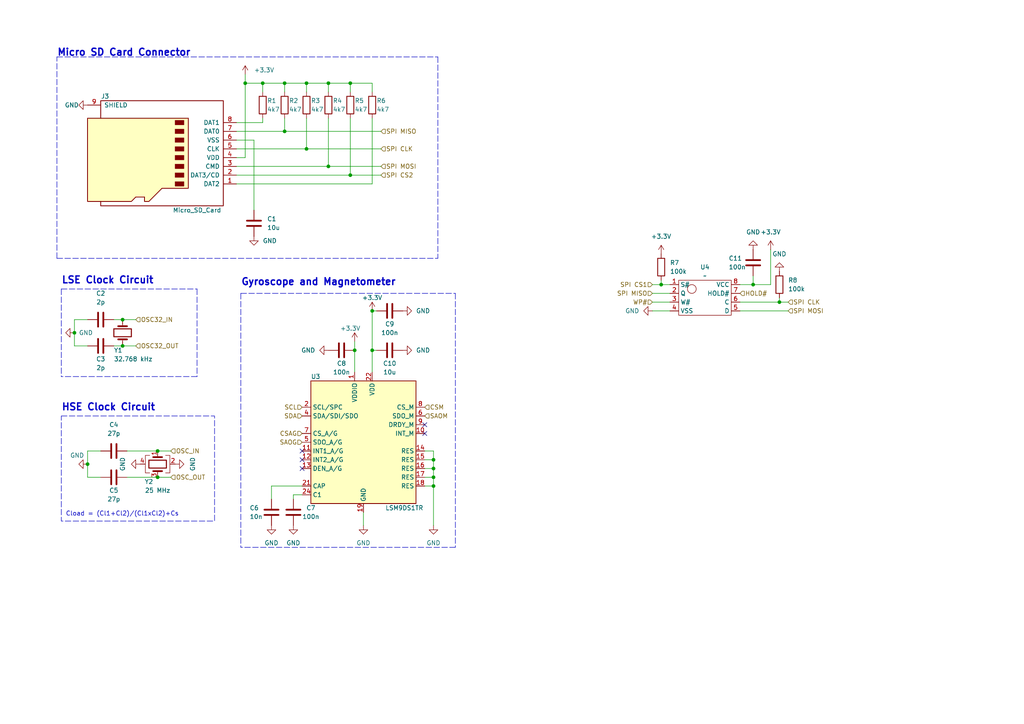
<source format=kicad_sch>
(kicad_sch (version 20231120) (generator "eeschema") (generator_version "8.0")
  (paper "A4")
  (lib_symbols
    (symbol "+3.3V_1" (power) (pin_numbers hide) (pin_names (offset 0) hide)
      (property "Value" "+3.3V" (at 0 3.556 0))
      (symbol "+3.3V_1_0_1"
        (polyline (pts (xy -0.762 1.27) (xy 0 2.54)))
        (polyline (pts (xy 0 0) (xy 0 2.54)))
        (polyline (pts (xy 0 2.54) (xy 0.762 1.27)))
      )
      (symbol "+3.3V_1_1_1"
        (pin power_in line (at 0 0 90) (length 0) (name "~") (number "1"))
      )
    )
    (symbol "+3.3V_2" (power) (pin_numbers hide) (pin_names (offset 0) hide)
      (property "Value" "+3.3V" (at 0 3.556 0))
      (symbol "+3.3V_2_0_1"
        (polyline (pts (xy -0.762 1.27) (xy 0 2.54)))
        (polyline (pts (xy 0 0) (xy 0 2.54)))
        (polyline (pts (xy 0 2.54) (xy 0.762 1.27)))
      )
      (symbol "+3.3V_2_1_1"
        (pin power_in line (at 0 0 90) (length 0) (name "~") (number "1"))
      )
    )
    (symbol "Connector:Micro_SD_Card" (pin_names (offset 1.016))
      (property "Reference" "J" (at -16.51 15.24 0))
      (property "Value" "Micro_SD_Card" (at 16.51 15.24 0))
      (symbol "Micro_SD_Card_0_1"
        (rectangle (start -7.62 -9.525) (end -5.08 -10.795) (fill (type outline)))
        (rectangle (start -7.62 -6.985) (end -5.08 -8.255) (fill (type outline)))
        (rectangle (start -7.62 -4.445) (end -5.08 -5.715) (fill (type outline)))
        (rectangle (start -7.62 -1.905) (end -5.08 -3.175) (fill (type outline)))
        (rectangle (start -7.62 0.635) (end -5.08 -0.635) (fill (type outline)))
        (rectangle (start -7.62 3.175) (end -5.08 1.905) (fill (type outline)))
        (rectangle (start -7.62 5.715) (end -5.08 4.445) (fill (type outline)))
        (rectangle (start -7.62 8.255) (end -5.08 6.985) (fill (type outline)))
        (polyline (pts (xy 16.51 12.7) (xy 16.51 13.97) (xy -19.05 13.97) (xy -19.05 -16.51) (xy 16.51 -16.51) (xy 16.51 -11.43)) (stroke (width 0.254)))
        (polyline (pts (xy -8.89 -11.43) (xy -8.89 8.89) (xy -1.27 8.89) (xy 2.54 12.7) (xy 3.81 12.7) (xy 3.81 11.43) (xy 6.35 11.43) (xy 7.62 12.7) (xy 20.32 12.7) (xy 20.32 -11.43) (xy -8.89 -11.43)) (stroke (width 0.254)) (fill (type background)))
      )
      (symbol "Micro_SD_Card_1_1"
        (pin bidirectional line (at -22.86 7.62 0) (length 3.81) (name "DAT2") (number "1"))
        (pin bidirectional line (at -22.86 5.08 0) (length 3.81) (name "DAT3/CD") (number "2"))
        (pin input line (at -22.86 2.54 0) (length 3.81) (name "CMD") (number "3"))
        (pin power_in line (at -22.86 0 0) (length 3.81) (name "VDD") (number "4"))
        (pin input line (at -22.86 -2.54 0) (length 3.81) (name "CLK") (number "5"))
        (pin power_in line (at -22.86 -5.08 0) (length 3.81) (name "VSS") (number "6"))
        (pin bidirectional line (at -22.86 -7.62 0) (length 3.81) (name "DAT0") (number "7"))
        (pin bidirectional line (at -22.86 -10.16 0) (length 3.81) (name "DAT1") (number "8"))
        (pin passive line (at 20.32 -15.24 180) (length 3.81) (name "SHIELD") (number "9"))
      )
    )
    (symbol "Device:C" (pin_numbers hide) (pin_names (offset 0.254))
      (property "Reference" "C" (at 0.635 2.54 0))
      (property "Value" "C" (at 0.635 -2.54 0))
      (symbol "C_0_1"
        (polyline (pts (xy -2.032 -0.762) (xy 2.032 -0.762)) (stroke (width 0.508)))
        (polyline (pts (xy -2.032 0.762) (xy 2.032 0.762)) (stroke (width 0.508)))
      )
      (symbol "C_1_1"
        (pin passive line (at 0 3.81 270) (length 2.794) (name "~") (number "1"))
        (pin passive line (at 0 -3.81 90) (length 2.794) (name "~") (number "2"))
      )
    )
    (symbol "Device:Crystal" (pin_numbers hide) (pin_names (offset 1.016) hide)
      (property "Reference" "Y" (at 0 3.81 0))
      (property "Value" "Crystal" (at 0 -3.81 0))
      (symbol "Crystal_0_1"
        (rectangle (start -1.143 2.54) (end 1.143 -2.54) (stroke (width 0.3048)))
        (polyline (pts (xy -2.54 0) (xy -1.905 0)))
        (polyline (pts (xy -1.905 -1.27) (xy -1.905 1.27)) (stroke (width 0.508)))
        (polyline (pts (xy 1.905 -1.27) (xy 1.905 1.27)) (stroke (width 0.508)))
        (polyline (pts (xy 2.54 0) (xy 1.905 0)))
      )
      (symbol "Crystal_1_1"
        (pin passive line (at -3.81 0 0) (length 1.27) (name "1") (number "1"))
        (pin passive line (at 3.81 0 180) (length 1.27) (name "2") (number "2"))
      )
    )
    (symbol "Device:Crystal_GND24" (pin_names (offset 1.016) hide)
      (property "Reference" "Y" (at 3.175 5.08 0))
      (property "Value" "Crystal_GND24" (at 3.175 3.175 0))
      (symbol "Crystal_GND24_0_1"
        (rectangle (start -1.143 2.54) (end 1.143 -2.54) (stroke (width 0.3048)))
        (polyline (pts (xy -2.54 0) (xy -2.032 0)))
        (polyline (pts (xy -2.032 -1.27) (xy -2.032 1.27)) (stroke (width 0.508)))
        (polyline (pts (xy 0 -3.81) (xy 0 -3.556)))
        (polyline (pts (xy 0 3.556) (xy 0 3.81)))
        (polyline (pts (xy 2.032 -1.27) (xy 2.032 1.27)) (stroke (width 0.508)))
        (polyline (pts (xy 2.032 0) (xy 2.54 0)))
        (polyline (pts (xy -2.54 -2.286) (xy -2.54 -3.556) (xy 2.54 -3.556) (xy 2.54 -2.286)))
        (polyline (pts (xy -2.54 2.286) (xy -2.54 3.556) (xy 2.54 3.556) (xy 2.54 2.286)))
      )
      (symbol "Crystal_GND24_1_1"
        (pin passive line (at -3.81 0 0) (length 1.27) (name "1") (number "1"))
        (pin passive line (at 0 5.08 270) (length 1.27) (name "2") (number "2"))
        (pin passive line (at 3.81 0 180) (length 1.27) (name "3") (number "3"))
        (pin passive line (at 0 -5.08 90) (length 1.27) (name "4") (number "4"))
      )
    )
    (symbol "Device:R" (pin_numbers hide) (pin_names (offset 0))
      (property "Reference" "R" (at 2.032 0 90))
      (property "Value" "R" (at 0 0 90))
      (symbol "R_0_1"
        (rectangle (start -1.016 -2.54) (end 1.016 2.54) (stroke (width 0.254)))
      )
      (symbol "R_1_1"
        (pin passive line (at 0 3.81 270) (length 1.27) (name "~") (number "1"))
        (pin passive line (at 0 -3.81 90) (length 1.27) (name "~") (number "2"))
      )
    )
    (symbol "ESL:M95M01-DFMN6TP"
      (property "Reference" "U4" (at 0 8.89 0))
      (property "Value" "~" (at 0 6.35 0))
      (symbol "M95M01-DFMN6TP_0_1"
        (rectangle (start -7.62 5.08) (end 7.62 -5.08))
        (circle (center -3.81 2.54) (radius 1.27))
      )
      (symbol "M95M01-DFMN6TP_1_1"
        (pin input line (at -10.16 3.81 0) (length 2.54) (name "S#") (number "1"))
        (pin output line (at -10.16 1.27 0) (length 2.54) (name "Q") (number "2"))
        (pin input line (at -10.16 -1.27 0) (length 2.54) (name "W#") (number "3"))
        (pin power_in line (at -10.16 -3.81 0) (length 2.54) (name "VSS") (number "4"))
        (pin input line (at 10.16 -3.81 180) (length 2.54) (name "D") (number "5"))
        (pin input line (at 10.16 -1.27 180) (length 2.54) (name "C") (number "6"))
        (pin input line (at 10.16 1.27 180) (length 2.54) (name "HOLD#") (number "7"))
        (pin power_in line (at 10.16 3.81 180) (length 2.54) (name "VCC") (number "8"))
      )
    )
    (symbol "GND_1" (power) (pin_numbers hide) (pin_names (offset 0) hide)
      (property "Value" "GND" (at 0 -3.81 0))
      (symbol "GND_1_0_1"
        (polyline (pts (xy 0 0) (xy 0 -1.27) (xy 1.27 -1.27) (xy 0 -2.54) (xy -1.27 -1.27) (xy 0 -1.27)))
      )
      (symbol "GND_1_1_1"
        (pin power_in line (at 0 0 270) (length 0) (name "~") (number "1"))
      )
    )
    (symbol "GND_2" (power) (pin_numbers hide) (pin_names (offset 0) hide)
      (property "Value" "GND" (at 0 -3.81 0))
      (symbol "GND_2_0_1"
        (polyline (pts (xy 0 0) (xy 0 -1.27) (xy 1.27 -1.27) (xy 0 -2.54) (xy -1.27 -1.27) (xy 0 -1.27)))
      )
      (symbol "GND_2_1_1"
        (pin power_in line (at 0 0 270) (length 0) (name "~") (number "1"))
      )
    )
    (symbol "GND_3" (power) (pin_numbers hide) (pin_names (offset 0) hide)
      (property "Value" "GND" (at 0 -3.81 0))
      (symbol "GND_3_0_1"
        (polyline (pts (xy 0 0) (xy 0 -1.27) (xy 1.27 -1.27) (xy 0 -2.54) (xy -1.27 -1.27) (xy 0 -1.27)))
      )
      (symbol "GND_3_1_1"
        (pin power_in line (at 0 0 270) (length 0) (name "~") (number "1"))
      )
    )
    (symbol "Sensor_Motion:LSM9DS1"
      (property "Reference" "U" (at -15.24 21.59 0))
      (property "Value" "LSM9DS1" (at -15.24 19.05 0))
      (symbol "LSM9DS1_0_1"
        (rectangle (start -15.24 17.78) (end 15.24 -17.78) (stroke (width 0.254)) (fill (type background)))
      )
      (symbol "LSM9DS1_1_1"
        (pin power_in line (at -2.54 20.32 270) (length 2.54) (name "VDDIO") (number "1"))
        (pin output line (at 17.78 2.54 180) (length 2.54) (name "INT_M") (number "10"))
        (pin output line (at -17.78 -2.54 0) (length 2.54) (name "INT1_A/G") (number "11"))
        (pin output line (at -17.78 -5.08 0) (length 2.54) (name "INT2_A/G") (number "12"))
        (pin input line (at -17.78 -7.62 0) (length 2.54) (name "DEN_A/G") (number "13"))
        (pin bidirectional line (at 17.78 -2.54 180) (length 2.54) (name "RES") (number "14"))
        (pin bidirectional line (at 17.78 -5.08 180) (length 2.54) (name "RES") (number "15"))
        (pin bidirectional line (at 17.78 -7.62 180) (length 2.54) (name "RES") (number "16"))
        (pin bidirectional line (at 17.78 -10.16 180) (length 2.54) (name "RES") (number "17"))
        (pin bidirectional line (at 17.78 -12.7 180) (length 2.54) (name "RES") (number "18"))
        (pin power_in line (at 0 -20.32 90) (length 2.54) (name "GND") (number "19"))
        (pin input line (at -17.78 10.16 0) (length 2.54) (name "SCL/SPC") (number "2"))
        (pin passive line (at 0 -20.32 90) (length 2.54) hide (name "GND") (number "20"))
        (pin passive line (at -17.78 -12.7 0) (length 2.54) (name "CAP") (number "21"))
        (pin power_in line (at 2.54 20.32 270) (length 2.54) (name "VDD") (number "22"))
        (pin passive line (at 2.54 20.32 270) (length 2.54) hide (name "VDD") (number "23"))
        (pin passive line (at -17.78 -15.24 0) (length 2.54) (name "C1") (number "24"))
        (pin passive line (at -2.54 20.32 270) (length 2.54) hide (name "VDDIO") (number "3"))
        (pin bidirectional line (at -17.78 7.62 0) (length 2.54) (name "SDA/SDI/SDO") (number "4"))
        (pin output line (at -17.78 0 0) (length 2.54) (name "SDO_A/G") (number "5"))
        (pin output line (at 17.78 7.62 180) (length 2.54) (name "SDO_M") (number "6"))
        (pin input line (at -17.78 2.54 0) (length 2.54) (name "CS_A/G") (number "7"))
        (pin input line (at 17.78 10.16 180) (length 2.54) (name "CS_M") (number "8"))
        (pin output line (at 17.78 5.08 180) (length 2.54) (name "DRDY_M") (number "9"))
      )
    )
    (symbol "power:+3.3V" (power) (pin_names (offset 0))
      (property "Value" "+3.3V" (at 0 3.556 0))
      (symbol "+3.3V_0_1"
        (polyline (pts (xy -0.762 1.27) (xy 0 2.54)))
        (polyline (pts (xy 0 0) (xy 0 2.54)))
        (polyline (pts (xy 0 2.54) (xy 0.762 1.27)))
      )
      (symbol "+3.3V_1_1"
        (pin power_in line (at 0 0 90) (length 0) hide (name "+3.3V") (number "1"))
      )
    )
    (symbol "power:GND" (power) (pin_names (offset 0))
      (property "Value" "GND" (at 0 -3.81 0))
      (symbol "GND_0_1"
        (polyline (pts (xy 0 0) (xy 0 -1.27) (xy 1.27 -1.27) (xy 0 -2.54) (xy -1.27 -1.27) (xy 0 -1.27)))
      )
      (symbol "GND_1_1"
        (pin power_in line (at 0 0 270) (length 0) hide (name "GND") (number "1"))
      )
    )
  )
  (junction (at 125.73 138.43))
  (junction (at 107.95 101.6))
  (junction (at 45.72 130.81))
  (junction (at 71.12 24.13))
  (junction (at 125.73 133.35))
  (junction (at 102.87 101.6))
  (junction (at 82.55 24.13))
  (junction (at 191.77 82.55))
  (junction (at 125.73 140.97))
  (junction (at 101.6 24.13))
  (junction (at 226.06 87.63))
  (junction (at 25.4 134.62))
  (junction (at 35.56 100.33))
  (junction (at 88.9 43.18))
  (junction (at 35.56 92.71))
  (junction (at 21.59 96.52))
  (junction (at 88.9 24.13))
  (junction (at 45.72 138.43))
  (junction (at 218.44 82.55))
  (junction (at 82.55 38.1))
  (junction (at 95.25 24.13))
  (junction (at 125.73 135.89))
  (junction (at 95.25 48.26))
  (junction (at 76.2 24.13))
  (junction (at 107.95 90.17))
  (junction (at 101.6 50.8))
  (no_connect (at 87.63 135.89))
  (no_connect (at 87.63 133.35))
  (no_connect (at 123.19 125.73))
  (no_connect (at 87.63 130.81))
  (no_connect (at 123.19 123.19))
  (wire (pts (xy 71.12 24.13) (xy 71.12 45.72)))
  (wire (pts (xy 45.72 138.43) (xy 49.53 138.43)))
  (wire (pts (xy 109.22 90.17) (xy 107.95 90.17)))
  (wire (pts (xy 95.25 34.29) (xy 95.25 48.26)))
  (wire (pts (xy 107.95 101.6) (xy 109.22 101.6)))
  (wire (pts (xy 68.58 53.34) (xy 107.95 53.34)))
  (wire (pts (xy 95.25 24.13) (xy 101.6 24.13)))
  (polyline (pts (xy 16.51 74.93) (xy 127 74.93)) (stroke (width 0) (type dash)))
  (wire (pts (xy 21.59 100.33) (xy 25.4 100.33)))
  (wire (pts (xy 123.19 130.81) (xy 125.73 130.81)))
  (wire (pts (xy 107.95 101.6) (xy 107.95 107.95)))
  (wire (pts (xy 189.23 82.55) (xy 191.77 82.55)))
  (wire (pts (xy 110.49 43.18) (xy 88.9 43.18)))
  (wire (pts (xy 71.12 45.72) (xy 68.58 45.72)))
  (polyline (pts (xy 17.78 83.82) (xy 17.78 109.22)) (stroke (width 0) (type dash)))
  (wire (pts (xy 45.72 130.81) (xy 49.53 130.81)))
  (polyline (pts (xy 16.51 74.93) (xy 16.51 16.51)) (stroke (width 0) (type dash)))
  (wire (pts (xy 25.4 130.81) (xy 29.21 130.81)))
  (wire (pts (xy 21.59 96.52) (xy 21.59 100.33)))
  (wire (pts (xy 189.23 90.17) (xy 194.31 90.17)))
  (wire (pts (xy 82.55 24.13) (xy 88.9 24.13)))
  (wire (pts (xy 102.87 99.06) (xy 102.87 101.6)))
  (wire (pts (xy 226.06 87.63) (xy 228.6 87.63)))
  (wire (pts (xy 21.59 92.71) (xy 21.59 96.52)))
  (wire (pts (xy 82.55 38.1) (xy 68.58 38.1)))
  (wire (pts (xy 226.06 87.63) (xy 214.63 87.63)))
  (wire (pts (xy 125.73 133.35) (xy 125.73 135.89)))
  (wire (pts (xy 36.83 130.81) (xy 45.72 130.81)))
  (wire (pts (xy 101.6 50.8) (xy 110.49 50.8)))
  (wire (pts (xy 76.2 26.67) (xy 76.2 24.13)))
  (wire (pts (xy 76.2 24.13) (xy 71.12 24.13)))
  (wire (pts (xy 76.2 35.56) (xy 76.2 34.29)))
  (wire (pts (xy 110.49 48.26) (xy 95.25 48.26)))
  (wire (pts (xy 87.63 140.97) (xy 78.74 140.97)))
  (wire (pts (xy 76.2 24.13) (xy 82.55 24.13)))
  (wire (pts (xy 125.73 135.89) (xy 125.73 138.43)))
  (wire (pts (xy 223.52 82.55) (xy 223.52 72.39)))
  (wire (pts (xy 101.6 50.8) (xy 68.58 50.8)))
  (wire (pts (xy 191.77 81.28) (xy 191.77 82.55)))
  (wire (pts (xy 25.4 134.62) (xy 25.4 138.43)))
  (wire (pts (xy 88.9 34.29) (xy 88.9 43.18)))
  (polyline (pts (xy 69.85 85.09) (xy 132.08 85.09)) (stroke (width 0) (type dash)))
  (wire (pts (xy 123.19 140.97) (xy 125.73 140.97)))
  (wire (pts (xy 228.6 90.17) (xy 214.63 90.17)))
  (wire (pts (xy 123.19 138.43) (xy 125.73 138.43)))
  (polyline (pts (xy 57.15 83.82) (xy 57.15 109.22)) (stroke (width 0) (type dash)))
  (polyline (pts (xy 17.78 83.82) (xy 57.15 83.82)) (stroke (width 0) (type dash)))
  (wire (pts (xy 88.9 24.13) (xy 95.25 24.13)))
  (polyline (pts (xy 57.15 109.22) (xy 17.78 109.22)) (stroke (width 0) (type dash)))
  (wire (pts (xy 71.12 21.59) (xy 71.12 24.13)))
  (polyline (pts (xy 132.08 158.75) (xy 69.85 158.75)) (stroke (width 0) (type dash)))
  (wire (pts (xy 33.02 100.33) (xy 35.56 100.33)))
  (wire (pts (xy 107.95 90.17) (xy 107.95 101.6)))
  (wire (pts (xy 125.73 130.81) (xy 125.73 133.35)))
  (wire (pts (xy 218.44 80.01) (xy 218.44 82.55)))
  (wire (pts (xy 226.06 86.36) (xy 226.06 87.63)))
  (wire (pts (xy 123.19 135.89) (xy 125.73 135.89)))
  (wire (pts (xy 33.02 92.71) (xy 35.56 92.71)))
  (wire (pts (xy 101.6 24.13) (xy 101.6 26.67)))
  (wire (pts (xy 223.52 82.55) (xy 218.44 82.55)))
  (wire (pts (xy 25.4 138.43) (xy 29.21 138.43)))
  (wire (pts (xy 105.41 152.4) (xy 105.41 148.59)))
  (wire (pts (xy 189.23 85.09) (xy 194.31 85.09)))
  (wire (pts (xy 101.6 24.13) (xy 107.95 24.13)))
  (wire (pts (xy 101.6 34.29) (xy 101.6 50.8)))
  (wire (pts (xy 36.83 138.43) (xy 45.72 138.43)))
  (wire (pts (xy 107.95 53.34) (xy 107.95 34.29)))
  (wire (pts (xy 73.66 40.64) (xy 68.58 40.64)))
  (polyline (pts (xy 16.51 16.51) (xy 127 16.51)) (stroke (width 0) (type dash)))
  (wire (pts (xy 88.9 24.13) (xy 88.9 26.67)))
  (wire (pts (xy 125.73 140.97) (xy 125.73 152.4)))
  (wire (pts (xy 82.55 34.29) (xy 82.55 38.1)))
  (wire (pts (xy 107.95 24.13) (xy 107.95 26.67)))
  (wire (pts (xy 110.49 38.1) (xy 82.55 38.1)))
  (wire (pts (xy 78.74 140.97) (xy 78.74 144.78)))
  (wire (pts (xy 87.63 143.51) (xy 85.09 143.51)))
  (wire (pts (xy 95.25 48.26) (xy 68.58 48.26)))
  (wire (pts (xy 82.55 24.13) (xy 82.55 26.67)))
  (wire (pts (xy 125.73 138.43) (xy 125.73 140.97)))
  (polyline (pts (xy 69.85 85.09) (xy 69.85 158.75)) (stroke (width 0) (type dash)))
  (wire (pts (xy 73.66 60.96) (xy 73.66 40.64)))
  (polyline (pts (xy 132.08 85.09) (xy 132.08 158.75)) (stroke (width 0) (type dash)))
  (wire (pts (xy 35.56 100.33) (xy 39.37 100.33)))
  (wire (pts (xy 123.19 133.35) (xy 125.73 133.35)))
  (wire (pts (xy 68.58 35.56) (xy 76.2 35.56)))
  (wire (pts (xy 214.63 82.55) (xy 218.44 82.55)))
  (wire (pts (xy 25.4 130.81) (xy 25.4 134.62)))
  (wire (pts (xy 189.23 87.63) (xy 194.31 87.63)))
  (wire (pts (xy 21.59 92.71) (xy 25.4 92.71)))
  (wire (pts (xy 95.25 24.13) (xy 95.25 26.67)))
  (wire (pts (xy 191.77 82.55) (xy 194.31 82.55)))
  (wire (pts (xy 35.56 92.71) (xy 39.37 92.71)))
  (wire (pts (xy 102.87 101.6) (xy 102.87 107.95)))
  (wire (pts (xy 85.09 143.51) (xy 85.09 144.78)))
  (polyline (pts (xy 127 16.51) (xy 127 74.93)) (stroke (width 0) (type dash)))
  (wire (pts (xy 88.9 43.18) (xy 68.58 43.18)))
  (rectangle (start 17.78 120.65) (end 62.23 151.13) (stroke (width 0) (type dash)))
  (text "Cload = (Cl1+Cl2)/(Cl1xCl2)+Cs" (at 19.05 149.86 0) (effects (font (size 1.27 1.27)) (justify left bottom)))
  (text "Gyroscope and Magnetometer" (at 69.85 83.058 0) (effects (font (size 2 2) (thickness 0.4) (bold yes)) (justify left bottom)))
  (text "HSE Clock Circuit" (at 17.78 119.38 0) (effects (font (size 2 2) (thickness 0.4) (bold yes)) (justify left bottom)))
  (text "Micro SD Card Connector" (at 16.51 16.51 0) (effects (font (size 2 2) (thickness 0.4) (bold yes)) (justify left bottom)))
  (text "LSE Clock Circuit" (at 17.78 82.55 0) (effects (font (size 2 2) (bold yes)) (justify left bottom)))
  (hierarchical_label "SPI MISO" (shape input) (at 189.23 85.09 180))
  (hierarchical_label "SPI MISO" (shape input) (at 110.49 38.1 0))
  (hierarchical_label "SPI CS1" (shape input) (at 189.23 82.55 180))
  (hierarchical_label "WP#" (shape input) (at 189.23 87.63 180))
  (hierarchical_label "OSC32_IN" (shape input) (at 39.37 92.71 0))
  (hierarchical_label "OSC32_OUT" (shape input) (at 39.37 100.33 0))
  (hierarchical_label "SPI CLK" (shape input) (at 110.49 43.18 0))
  (hierarchical_label "SCL" (shape input) (at 87.63 118.11 180))
  (hierarchical_label "SAOM" (shape input) (at 123.19 120.65 0))
  (hierarchical_label "HOLD#" (shape input) (at 214.63 85.09 0))
  (hierarchical_label "SDA" (shape input) (at 87.63 120.65 180))
  (hierarchical_label "OSC_IN" (shape input) (at 49.53 130.81 0))
  (hierarchical_label "SPI CS2" (shape input) (at 110.49 50.8 0))
  (hierarchical_label "CSM" (shape input) (at 123.19 118.11 0))
  (hierarchical_label "SPI CLK" (shape input) (at 228.6 87.63 0))
  (hierarchical_label "SPI MOSI" (shape input) (at 110.49 48.26 0))
  (hierarchical_label "SPI MOSI" (shape input) (at 228.6 90.17 0))
  (hierarchical_label "OSC_OUT" (shape input) (at 49.53 138.43 0))
  (hierarchical_label "CSAG" (shape input) (at 87.63 125.73 180))
  (hierarchical_label "SAOG" (shape input) (at 87.63 128.27 180))
  (symbol (lib_id "power:GND") (at 25.4 134.62 270) (unit 1)
    (property "Reference" "#PWR05" (effects (hide yes)))
    (property "Value" "GND" (at 20.32 132.08 90) (effects (justify left)))
  )
  (symbol (lib_name "GND_1") (lib_id "power:GND") (at 189.23 90.17 270) (unit 1)
    (property "Reference" "#PWR017" (effects (hide yes)))
    (property "Value" "GND" (at 185.42 90.1699 90) (effects (justify right)))
    (property "Description" "Power symbol creates a global label with name \"GND\" , ground" (effects (hide yes)))
  )
  (symbol (lib_id "Device:C") (at 29.21 92.71 90) (unit 1)
    (property "Reference" "C2" (at 29.21 85.09 90))
    (property "Value" "2p" (at 29.21 87.63 90))
    (property "Footprint" "Skripsie:C_0201_0603Metric" (effects (hide yes)))
  )
  (symbol (lib_name "GND_2") (lib_id "power:GND") (at 226.06 78.74 180) (unit 1)
    (property "Reference" "#PWR019" (effects (hide yes)))
    (property "Value" "GND" (at 226.06 73.66 0))
    (property "Description" "Power symbol creates a global label with name \"GND\" , ground" (effects (hide yes)))
  )
  (symbol (lib_name "+3.3V_1") (lib_id "power:+3.3V") (at 191.77 73.66 0) (unit 1)
    (property "Reference" "#PWR018" (effects (hide yes)))
    (property "Value" "+3.3V" (at 191.77 68.58 0))
    (property "Description" "Power symbol creates a global label with name \"+3.3V\"" (effects (hide yes)))
  )
  (symbol (lib_id "power:GND") (at 50.8 134.62 90) (unit 1)
    (property "Reference" "#PWR07" (effects (hide yes)))
    (property "Value" "GND" (at 55.88 134.62 0))
  )
  (symbol (lib_id "Device:R") (at 95.25 30.48 0) (unit 1)
    (property "Reference" "R4" (at 96.52 29.21 0) (effects (justify left)))
    (property "Value" "4k7" (at 96.52 31.75 0) (effects (justify left)))
    (property "Footprint" "Skripsie:R_0201_0603Metric" (effects (hide yes)))
  )
  (symbol (lib_id "Device:R") (at 107.95 30.48 0) (unit 1)
    (property "Reference" "R6" (at 109.22 29.21 0) (effects (justify left)))
    (property "Value" "4k7" (at 109.22 31.75 0) (effects (justify left)))
    (property "Footprint" "Skripsie:R_0201_0603Metric" (effects (hide yes)))
  )
  (symbol (lib_id "power:GND") (at 116.84 90.17 90) (unit 1)
    (property "Reference" "#PWR014" (effects (hide yes)))
    (property "Value" "GND" (at 120.65 90.17 90) (effects (justify right)))
  )
  (symbol (lib_id "power:+3.3V") (at 102.87 99.06 0) (unit 1)
    (property "Reference" "#PWR011" (effects (hide yes)))
    (property "Value" "+3.3V" (at 101.6 95.25 0))
  )
  (symbol (lib_id "Device:R") (at 82.55 30.48 0) (unit 1)
    (property "Reference" "R2" (at 83.82 29.21 0) (effects (justify left)))
    (property "Value" "4k7" (at 83.82 31.75 0) (effects (justify left)))
    (property "Footprint" "Skripsie:R_0201_0603Metric" (effects (hide yes)))
  )
  (symbol (lib_id "Device:R") (at 76.2 30.48 0) (unit 1)
    (property "Reference" "R1" (at 77.47 29.21 0) (effects (justify left)))
    (property "Value" "4k7" (at 77.47 31.75 0) (effects (justify left)))
    (property "Footprint" "Skripsie:R_0201_0603Metric" (effects (hide yes)))
  )
  (symbol (lib_id "power:+3.3V") (at 107.95 90.17 0) (unit 1)
    (property "Reference" "#PWR013" (effects (hide yes)))
    (property "Value" "+3.3V" (at 107.95 86.36 0))
  )
  (symbol (lib_id "power:GND") (at 105.41 152.4 0) (unit 1)
    (property "Reference" "#PWR012" (effects (hide yes)))
    (property "Value" "GND" (at 105.41 157.48 0))
  )
  (symbol (lib_id "Device:R") (at 88.9 30.48 0) (unit 1)
    (property "Reference" "R3" (at 90.17 29.21 0) (effects (justify left)))
    (property "Value" "4k7" (at 90.17 31.75 0) (effects (justify left)))
    (property "Footprint" "Skripsie:R_0201_0603Metric" (effects (hide yes)))
  )
  (symbol (lib_id "power:GND") (at 125.73 152.4 0) (unit 1)
    (property "Reference" "#PWR016" (effects (hide yes)))
    (property "Value" "GND" (at 125.73 157.48 0))
  )
  (symbol (lib_id "Device:R") (at 191.77 77.47 0) (unit 1)
    (property "Reference" "R7" (at 194.31 76.1999 0) (effects (justify left)))
    (property "Value" "100k" (at 194.31 78.7399 0) (effects (justify left)))
    (property "Description" "Resistor" (effects (hide yes)))
  )
  (symbol (lib_id "power:GND") (at 85.09 152.4 0) (unit 1)
    (property "Reference" "#PWR09" (effects (hide yes)))
    (property "Value" "GND" (at 85.09 157.48 0))
  )
  (symbol (lib_id "Device:C") (at 29.21 100.33 90) (unit 1)
    (property "Reference" "C3" (at 29.21 104.14 90))
    (property "Value" "2p" (at 29.21 106.68 90))
    (property "Footprint" "Skripsie:C_0201_0603Metric" (effects (hide yes)))
  )
  (symbol (lib_id "Device:C") (at 113.03 101.6 90) (unit 1)
    (property "Reference" "C10" (at 113.03 105.41 90))
    (property "Value" "10u" (at 113.03 107.95 90))
    (property "Footprint" "Skripsie:C_0201_0603Metric" (effects (hide yes)))
  )
  (symbol (lib_id "power:GND") (at 95.25 101.6 270) (unit 1)
    (property "Reference" "#PWR010" (effects (hide yes)))
    (property "Value" "GND" (at 91.44 101.6 90) (effects (justify right)))
  )
  (symbol (lib_id "power:GND") (at 25.4 30.48 270) (unit 1)
    (property "Reference" "#PWR01" (effects (hide yes)))
    (property "Value" "GND" (at 22.86 30.48 90) (effects (justify right)))
  )
  (symbol (lib_id "Device:C") (at 33.02 130.81 90) (unit 1)
    (property "Reference" "C4" (at 33.02 123.19 90))
    (property "Value" "27p" (at 33.02 125.73 90))
    (property "Footprint" "Skripsie:C_0201_0603Metric" (effects (hide yes)))
  )
  (symbol (lib_id "Device:C") (at 78.74 148.59 180) (unit 1)
    (property "Reference" "C6" (at 72.39 147.32 0) (effects (justify right)))
    (property "Value" "10n" (at 72.39 149.86 0) (effects (justify right)))
    (property "Footprint" "Skripsie:C_0201_0603Metric" (effects (hide yes)))
  )
  (symbol (lib_id "Device:C") (at 218.44 76.2 0) (unit 1)
    (property "Reference" "C11" (at 211.328 74.93 0) (effects (justify left)))
    (property "Value" "100n" (at 211.328 77.47 0) (effects (justify left)))
    (property "Description" "Unpolarized capacitor" (effects (hide yes)))
  )
  (symbol (lib_id "power:GND") (at 40.64 134.62 270) (unit 1)
    (property "Reference" "#PWR06" (effects (hide yes)))
    (property "Value" "GND" (at 35.56 134.62 0))
  )
  (symbol (lib_id "Device:C") (at 113.03 90.17 90) (unit 1)
    (property "Reference" "C9" (at 113.03 93.98 90))
    (property "Value" "100n" (at 113.03 96.52 90))
    (property "Footprint" "Skripsie:C_0201_0603Metric" (effects (hide yes)))
  )
  (symbol (lib_id "Device:Crystal") (at 35.56 96.52 270) (unit 1)
    (property "Reference" "Y1" (at 33.02 101.6 90) (effects (justify left)))
    (property "Value" "32.768 kHz" (at 33.02 104.14 90) (effects (justify left)))
    (property "Footprint" "Skripsie:Crystal_SMD_EuroQuartz_EQ161-2Pin_3.2x1.5mm" (effects (hide yes)))
  )
  (symbol (lib_id "Device:R") (at 101.6 30.48 0) (unit 1)
    (property "Reference" "R5" (at 102.87 29.21 0) (effects (justify left)))
    (property "Value" "4k7" (at 102.87 31.75 0) (effects (justify left)))
    (property "Footprint" "Skripsie:R_0201_0603Metric" (effects (hide yes)))
  )
  (symbol (lib_id "power:GND") (at 78.74 152.4 0) (unit 1)
    (property "Reference" "#PWR08" (effects (hide yes)))
    (property "Value" "GND" (at 78.74 157.48 0))
  )
  (symbol (lib_id "power:+3.3V") (at 71.12 21.59 0) (unit 1)
    (property "Reference" "#PWR02" (effects (hide yes)))
    (property "Value" "+3.3V" (at 73.66 20.32 0) (effects (justify left)))
  )
  (symbol (lib_id "Sensor_Motion:LSM9DS1") (at 105.41 128.27 0) (unit 1)
    (property "Reference" "U3" (at 90.17 109.22 0) (effects (justify left)))
    (property "Value" "LSM9DS1TR" (at 111.76 147.32 0) (effects (justify left)))
    (property "Footprint" "Skripsie:LGA-24L_3x3.5mm_P0.43mm" (effects (hide yes)))
    (property "Datasheet" "https://www.digikey.com/htmldatasheets/production/1639232/0/0/1/LSM9DS1-Datasheet.pdf" (effects (hide yes)))
  )
  (symbol (lib_name "GND_3") (lib_id "power:GND") (at 218.44 72.39 180) (unit 1)
    (property "Reference" "#PWR020" (effects (hide yes)))
    (property "Value" "GND" (at 218.44 67.31 0))
    (property "Description" "Power symbol creates a global label with name \"GND\" , ground" (effects (hide yes)))
  )
  (symbol (lib_id "Device:R") (at 226.06 82.55 180) (unit 1)
    (property "Reference" "R8" (at 228.6 81.2799 0) (effects (justify right)))
    (property "Value" "100k" (at 228.6 83.8199 0) (effects (justify right)))
    (property "Description" "Resistor" (effects (hide yes)))
  )
  (symbol (lib_id "Device:C") (at 85.09 148.59 0) (unit 1)
    (property "Reference" "C7" (at 90.17 147.32 0))
    (property "Value" "100n" (at 90.17 149.86 0))
    (property "Footprint" "Skripsie:C_0201_0603Metric" (effects (hide yes)))
  )
  (symbol (lib_id "Device:C") (at 73.66 64.77 0) (unit 1)
    (property "Reference" "C1" (at 77.47 63.5 0) (effects (justify left)))
    (property "Value" "10u" (at 77.47 66.04 0) (effects (justify left)))
    (property "Footprint" "Skripsie:C_0201_0603Metric" (effects (hide yes)))
  )
  (symbol (lib_id "Device:C") (at 33.02 138.43 90) (unit 1)
    (property "Reference" "C5" (at 33.02 142.24 90))
    (property "Value" "27p" (at 33.02 144.78 90))
    (property "Footprint" "Skripsie:C_0201_0603Metric" (effects (hide yes)))
  )
  (symbol (lib_id "ESL:M95M01-DFMN6TP") (at 204.47 86.36 0) (unit 1)
    (property "Reference" "U4" (at 204.47 77.47 0))
    (property "Value" "~" (at 204.47 80.01 0))
  )
  (symbol (lib_id "Connector:Micro_SD_Card") (at 45.72 45.72 180) (unit 1)
    (property "Reference" "J3" (at 30.48 27.94 0))
    (property "Value" "Micro_SD_Card" (at 57.15 60.96 0))
    (property "Footprint" "Skripsie:microSD_HC_Hirose_DM3AT-SF-PEJM5" (effects (hide yes)))
    (property "Datasheet" "http://katalog.we-online.de/em/datasheet/693072010801.pdf" (effects (hide yes)))
  )
  (symbol (lib_id "Device:C") (at 99.06 101.6 90) (unit 1)
    (property "Reference" "C8" (at 99.06 105.41 90))
    (property "Value" "100n" (at 99.06 107.95 90))
    (property "Footprint" "Skripsie:C_0201_0603Metric" (effects (hide yes)))
  )
  (symbol (lib_id "power:GND") (at 21.59 96.52 270) (unit 1)
    (property "Reference" "#PWR04" (effects (hide yes)))
    (property "Value" "GND" (at 22.86 96.52 90) (effects (justify left)))
  )
  (symbol (lib_id "Device:Crystal_GND24") (at 45.72 134.62 270) (unit 1)
    (property "Reference" "Y2" (at 43.18 139.7 90))
    (property "Value" "25 MHz" (at 45.72 142.24 90))
    (property "Footprint" "Skripsie:Crystal_SMD_EuroQuartz_X22-4Pin_2.5x2.0mm" (effects (hide yes)))
  )
  (symbol (lib_name "+3.3V_2") (lib_id "power:+3.3V") (at 223.52 72.39 0) (unit 1)
    (property "Reference" "#PWR021" (effects (hide yes)))
    (property "Value" "+3.3V" (at 223.52 67.31 0))
    (property "Description" "Power symbol creates a global label with name \"+3.3V\"" (effects (hide yes)))
  )
  (symbol (lib_id "power:GND") (at 116.84 101.6 90) (unit 1)
    (property "Reference" "#PWR015" (effects (hide yes)))
    (property "Value" "GND" (at 120.65 101.6 90) (effects (justify right)))
  )
  (symbol (lib_id "power:GND") (at 73.66 68.58 0) (unit 1)
    (property "Reference" "#PWR03" (effects (hide yes)))
    (property "Value" "GND" (at 76.2 69.85 0) (effects (justify left)))
  )
)
</source>
